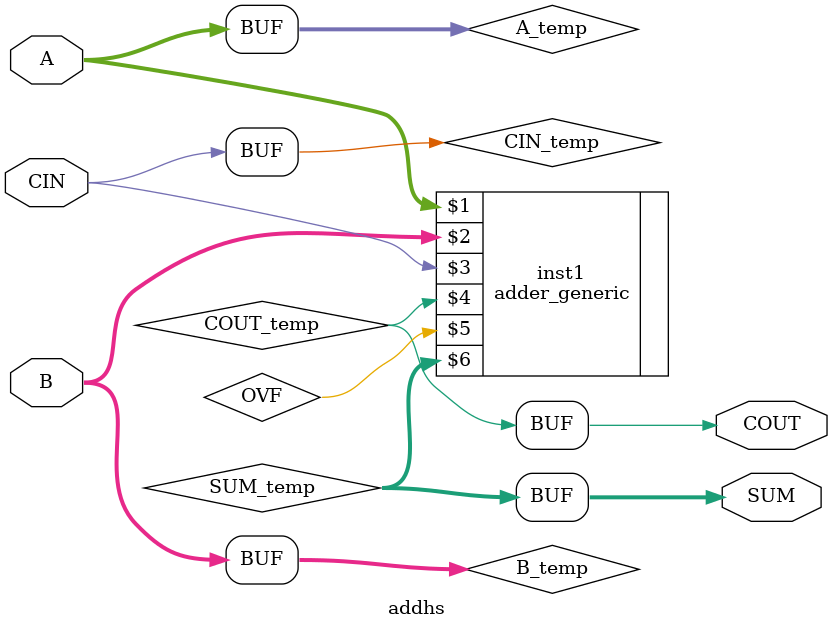
<source format=v>
module addhs(A,B,CIN,COUT,SUM);
  parameter N = 8;
  parameter DPFLAG = 1;
  parameter GROUP = "dpath1";
  parameter
        d_A = 0,
        d_B = 0,
        d_CIN_r = 0,
        d_CIN_f = 0,
        d_COUT_r = 1,
        d_COUT_f = 1,
        d_SUM = 1;
  input [(N - 1):0] A;
  input [(N - 1):0] B;
  input  CIN;
  output  COUT;
  output [(N - 1):0] SUM;
  wire [(N - 1):0] A_temp;
  wire [(N - 1):0] B_temp;
  wire  CIN_temp;
  wire  COUT_temp;
  wire [(N - 1):0] SUM_temp;
  wire  OVF;
  assign #(d_A) A_temp = A;
  assign #(d_B) B_temp = B;
  assign #(d_CIN_r,d_CIN_f) CIN_temp = CIN;
  assign #(d_COUT_r,d_COUT_f) COUT = COUT_temp;
  assign #(d_SUM) SUM = SUM_temp;
  adder_generic #(N) inst1 (A_temp,B_temp,CIN_temp,COUT_temp,OVF,SUM_temp);
endmodule

</source>
